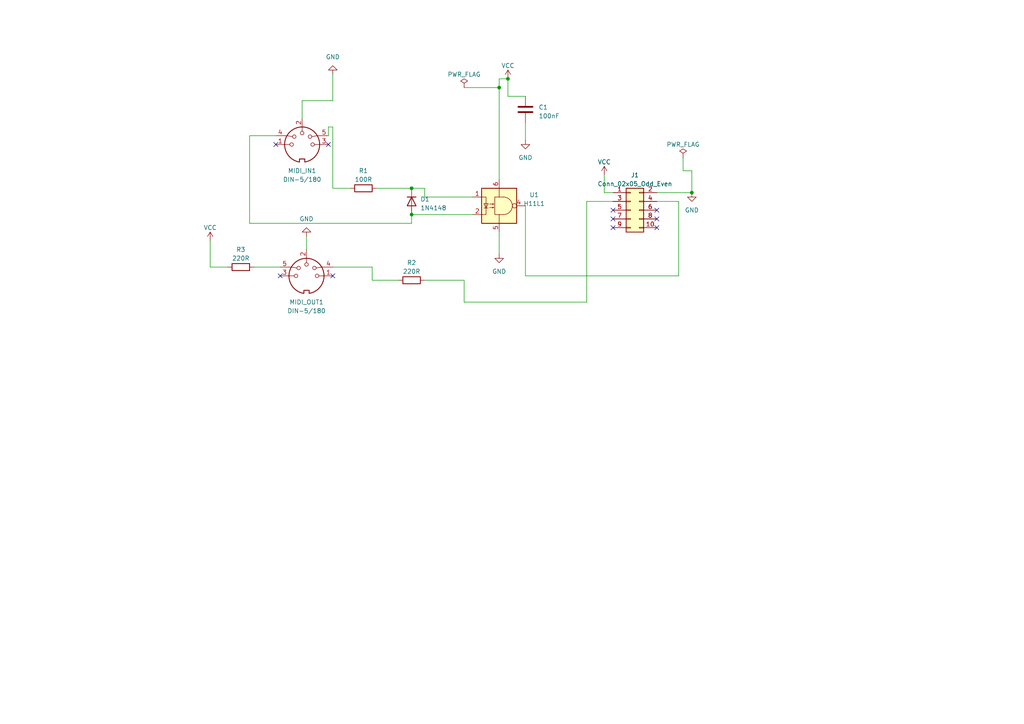
<source format=kicad_sch>
(kicad_sch (version 20230121) (generator eeschema)
  (paper "A4")
  (lib_symbols
    (symbol "Connector:DIN-5_180degree" (pin_names (offset 1.016))
      (property "Reference" "J" (at 3.175 5.715 0))
      (property "Value" "DIN-5_180degree" (at 0 -6.35 0))
      (symbol "DIN-5_180degree_0_1"
        (arc (start -5.08 0) (mid -3.8609 -3.3364) (end -0.762 -5.08) (stroke (width 0.254)))
        (circle (center -3.048 0) (radius 0.508))
        (circle (center -2.286 2.286) (radius 0.508))
        (polyline (pts (xy -5.08 0) (xy -3.556 0)))
        (polyline (pts (xy 0 5.08) (xy 0 3.81)))
        (polyline (pts (xy 5.08 0) (xy 3.556 0)))
        (polyline (pts (xy -5.08 2.54) (xy -4.318 2.54) (xy -2.794 2.286)))
        (polyline (pts (xy 5.08 2.54) (xy 4.318 2.54) (xy 2.794 2.286)))
        (polyline (pts (xy -0.762 -4.953) (xy -0.762 -4.191) (xy 0.762 -4.191) (xy 0.762 -4.953)) (stroke (width 0.254)))
        (circle (center 0 3.302) (radius 0.508))
        (arc (start 0.762 -5.08) (mid 3.8685 -3.343) (end 5.08 0) (stroke (width 0.254)))
        (circle (center 2.286 2.286) (radius 0.508))
        (circle (center 3.048 0) (radius 0.508))
        (arc (start 5.08 0) (mid 0 5.0579) (end -5.08 0) (stroke (width 0.254)))
      )
      (symbol "DIN-5_180degree_1_1"
        (pin passive line (at -7.62 0 0) (length 2.54) (name "~") (number "1"))
        (pin passive line (at 0 7.62 270) (length 2.54) (name "~") (number "2"))
        (pin passive line (at 7.62 0 180) (length 2.54) (name "~") (number "3"))
        (pin passive line (at -7.62 2.54 0) (length 2.54) (name "~") (number "4"))
        (pin passive line (at 7.62 2.54 180) (length 2.54) (name "~") (number "5"))
      )
    )
    (symbol "Connector_Generic:Conn_02x05_Odd_Even" (pin_names (offset 1.016) hide)
      (property "Reference" "J" (at 1.27 7.62 0))
      (property "Value" "Conn_02x05_Odd_Even" (at 1.27 -7.62 0))
      (symbol "Conn_02x05_Odd_Even_1_1"
        (rectangle (start -1.27 -4.953) (end 0 -5.207) (stroke (width 0.1524)))
        (rectangle (start -1.27 -2.413) (end 0 -2.667) (stroke (width 0.1524)))
        (rectangle (start -1.27 0.127) (end 0 -0.127) (stroke (width 0.1524)))
        (rectangle (start -1.27 2.667) (end 0 2.413) (stroke (width 0.1524)))
        (rectangle (start -1.27 5.207) (end 0 4.953) (stroke (width 0.1524)))
        (rectangle (start -1.27 6.35) (end 3.81 -6.35) (stroke (width 0.254)) (fill (type background)))
        (rectangle (start 3.81 -4.953) (end 2.54 -5.207) (stroke (width 0.1524)))
        (rectangle (start 3.81 -2.413) (end 2.54 -2.667) (stroke (width 0.1524)))
        (rectangle (start 3.81 0.127) (end 2.54 -0.127) (stroke (width 0.1524)))
        (rectangle (start 3.81 2.667) (end 2.54 2.413) (stroke (width 0.1524)))
        (rectangle (start 3.81 5.207) (end 2.54 4.953) (stroke (width 0.1524)))
        (pin passive line (at -5.08 5.08 0) (length 3.81) (name "Pin_1") (number "1"))
        (pin passive line (at 7.62 -5.08 180) (length 3.81) (name "Pin_10") (number "10"))
        (pin passive line (at 7.62 5.08 180) (length 3.81) (name "Pin_2") (number "2"))
        (pin passive line (at -5.08 2.54 0) (length 3.81) (name "Pin_3") (number "3"))
        (pin passive line (at 7.62 2.54 180) (length 3.81) (name "Pin_4") (number "4"))
        (pin passive line (at -5.08 0 0) (length 3.81) (name "Pin_5") (number "5"))
        (pin passive line (at 7.62 0 180) (length 3.81) (name "Pin_6") (number "6"))
        (pin passive line (at -5.08 -2.54 0) (length 3.81) (name "Pin_7") (number "7"))
        (pin passive line (at 7.62 -2.54 180) (length 3.81) (name "Pin_8") (number "8"))
        (pin passive line (at -5.08 -5.08 0) (length 3.81) (name "Pin_9") (number "9"))
      )
    )
    (symbol "Device:C" (pin_numbers hide) (pin_names (offset 0.254))
      (property "Reference" "C" (at 0.635 2.54 0))
      (property "Value" "C" (at 0.635 -2.54 0))
      (symbol "C_0_1"
        (polyline (pts (xy -2.032 -0.762) (xy 2.032 -0.762)) (stroke (width 0.508)))
        (polyline (pts (xy -2.032 0.762) (xy 2.032 0.762)) (stroke (width 0.508)))
      )
      (symbol "C_1_1"
        (pin passive line (at 0 3.81 270) (length 2.794) (name "~") (number "1"))
        (pin passive line (at 0 -3.81 90) (length 2.794) (name "~") (number "2"))
      )
    )
    (symbol "Device:R" (pin_numbers hide) (pin_names (offset 0))
      (property "Reference" "R" (at 2.032 0 90))
      (property "Value" "R" (at 0 0 90))
      (symbol "R_0_1"
        (rectangle (start -1.016 -2.54) (end 1.016 2.54) (stroke (width 0.254)))
      )
      (symbol "R_1_1"
        (pin passive line (at 0 3.81 270) (length 1.27) (name "~") (number "1"))
        (pin passive line (at 0 -3.81 90) (length 1.27) (name "~") (number "2"))
      )
    )
    (symbol "Diode:1N4148" (pin_numbers hide) (pin_names hide)
      (property "Reference" "D" (at 0 2.54 0))
      (property "Value" "1N4148" (at 0 -2.54 0))
      (symbol "1N4148_0_1"
        (polyline (pts (xy -1.27 1.27) (xy -1.27 -1.27)) (stroke (width 0.254)))
        (polyline (pts (xy 1.27 0) (xy -1.27 0)))
        (polyline (pts (xy 1.27 1.27) (xy 1.27 -1.27) (xy -1.27 0) (xy 1.27 1.27)) (stroke (width 0.254)))
      )
      (symbol "1N4148_1_1"
        (pin passive line (at -3.81 0 0) (length 2.54) (name "K") (number "1"))
        (pin passive line (at 3.81 0 180) (length 2.54) (name "A") (number "2"))
      )
    )
    (symbol "Isolator:H11L1" (pin_names (offset 1.016))
      (property "Reference" "U" (at 1.27 8.89 0))
      (property "Value" "H11L1" (at 1.27 6.35 0))
      (symbol "H11L1_0_1"
        (rectangle (start -5.08 5.08) (end 5.08 -5.08) (stroke (width 0.254)) (fill (type background)))
        (polyline (pts (xy -4.445 -0.635) (xy -3.175 -0.635)))
        (polyline (pts (xy 0 2.54) (xy 0 5.08)))
        (polyline (pts (xy 0 -2.54) (xy 0 -5.08) (xy 0 -3.81)))
        (polyline (pts (xy -5.08 -2.54) (xy -3.81 -2.54) (xy -3.81 2.54) (xy -5.08 2.54)))
        (polyline (pts (xy -3.81 -0.635) (xy -4.445 0.635) (xy -3.175 0.635) (xy -3.81 -0.635)))
        (polyline (pts (xy 1.27 -2.54) (xy -1.27 -2.54) (xy -1.27 2.54) (xy 1.27 2.54)))
        (polyline (pts (xy -2.794 -0.508) (xy -1.524 -0.508) (xy -1.905 -0.635) (xy -1.905 -0.381) (xy -1.524 -0.508)))
        (polyline (pts (xy -2.794 0.508) (xy -1.524 0.508) (xy -1.905 0.381) (xy -1.905 0.635) (xy -1.524 0.508)))
        (arc (start 1.27 -2.54) (mid 3.799 0) (end 1.27 2.54))
      )
      (symbol "H11L1_1_1"
        (pin passive line (at -7.62 2.54 0) (length 2.54) (name "~") (number "1"))
        (pin passive line (at -7.62 -2.54 0) (length 2.54) (name "~") (number "2"))
        (pin no_connect line (at -5.08 0 0) (length 2.54) hide (name "~") (number "3"))
        (pin output inverted (at 7.62 0 180) (length 3.81) (name "~") (number "4"))
        (pin power_in line (at 0 -7.62 90) (length 2.54) (name "~") (number "5"))
        (pin power_in line (at 0 7.62 270) (length 2.54) (name "~") (number "6"))
      )
    )
    (symbol "power:GND" (power) (pin_names (offset 0))
      (property "Value" "GND" (at 0 -3.81 0))
      (symbol "GND_0_1"
        (polyline (pts (xy 0 0) (xy 0 -1.27) (xy 1.27 -1.27) (xy 0 -2.54) (xy -1.27 -1.27) (xy 0 -1.27)))
      )
      (symbol "GND_1_1"
        (pin power_in line (at 0 0 270) (length 0) hide (name "GND") (number "1"))
      )
    )
    (symbol "power:PWR_FLAG" (power) (pin_numbers hide) (pin_names (offset 0) hide)
      (property "Value" "PWR_FLAG" (at 0 3.81 0))
      (symbol "PWR_FLAG_0_0"
        (pin power_out line (at 0 0 90) (length 0) (name "pwr") (number "1"))
      )
      (symbol "PWR_FLAG_0_1"
        (polyline (pts (xy 0 0) (xy 0 1.27) (xy -1.016 1.905) (xy 0 2.54) (xy 1.016 1.905) (xy 0 1.27)))
      )
    )
    (symbol "power:VCC" (power) (pin_names (offset 0))
      (property "Value" "VCC" (at 0 3.81 0))
      (symbol "VCC_0_1"
        (polyline (pts (xy -0.762 1.27) (xy 0 2.54)))
        (polyline (pts (xy 0 0) (xy 0 2.54)))
        (polyline (pts (xy 0 2.54) (xy 0.762 1.27)))
      )
      (symbol "VCC_1_1"
        (pin power_in line (at 0 0 90) (length 0) hide (name "VCC") (number "1"))
      )
    )
  )
  (junction (at 144.78 25.4))
  (junction (at 119.38 62.23))
  (junction (at 200.66 55.88))
  (junction (at 119.38 54.61))
  (junction (at 147.32 22.86))
  (no_connect (at 190.5 60.96))
  (no_connect (at 177.8 66.04))
  (no_connect (at 190.5 63.5))
  (no_connect (at 96.52 80.01))
  (no_connect (at 81.28 80.01))
  (no_connect (at 95.25 41.91))
  (no_connect (at 177.8 63.5))
  (no_connect (at 190.5 66.04))
  (no_connect (at 177.8 60.96))
  (no_connect (at 80.01 41.91))
  (wire (pts (xy 134.62 81.28) (xy 134.62 87.63)))
  (wire (pts (xy 107.95 77.47) (xy 96.52 77.47)))
  (wire (pts (xy 147.32 22.86) (xy 144.78 22.86)))
  (wire (pts (xy 196.85 80.01) (xy 152.4 80.01)))
  (wire (pts (xy 88.9 68.58) (xy 88.9 72.39)))
  (wire (pts (xy 144.78 67.31) (xy 144.78 73.66)))
  (wire (pts (xy 190.5 58.42) (xy 196.85 58.42)))
  (wire (pts (xy 123.19 81.28) (xy 134.62 81.28)))
  (wire (pts (xy 96.52 21.59) (xy 96.52 29.21)))
  (wire (pts (xy 134.62 87.63) (xy 170.18 87.63)))
  (wire (pts (xy 144.78 22.86) (xy 144.78 25.4)))
  (wire (pts (xy 72.39 64.77) (xy 119.38 64.77)))
  (wire (pts (xy 73.66 77.47) (xy 81.28 77.47)))
  (wire (pts (xy 175.26 55.88) (xy 177.8 55.88)))
  (wire (pts (xy 190.5 55.88) (xy 200.66 55.88)))
  (wire (pts (xy 144.78 25.4) (xy 144.78 52.07)))
  (wire (pts (xy 96.52 29.21) (xy 87.63 29.21)))
  (wire (pts (xy 196.85 58.42) (xy 196.85 80.01)))
  (wire (pts (xy 115.57 81.28) (xy 107.95 81.28)))
  (wire (pts (xy 134.62 25.4) (xy 144.78 25.4)))
  (wire (pts (xy 119.38 59.69) (xy 119.38 62.23)))
  (wire (pts (xy 170.18 58.42) (xy 177.8 58.42)))
  (wire (pts (xy 147.32 27.94) (xy 147.32 22.86)))
  (wire (pts (xy 60.96 77.47) (xy 60.96 69.85)))
  (wire (pts (xy 198.12 49.53) (xy 200.66 49.53)))
  (wire (pts (xy 119.38 54.61) (xy 109.22 54.61)))
  (wire (pts (xy 198.12 45.72) (xy 198.12 49.53)))
  (wire (pts (xy 87.63 29.21) (xy 87.63 34.29)))
  (wire (pts (xy 152.4 35.56) (xy 152.4 40.64)))
  (wire (pts (xy 123.19 54.61) (xy 123.19 57.15)))
  (wire (pts (xy 72.39 64.77) (xy 72.39 39.37)))
  (wire (pts (xy 123.19 57.15) (xy 137.16 57.15)))
  (wire (pts (xy 119.38 62.23) (xy 137.16 62.23)))
  (wire (pts (xy 72.39 39.37) (xy 80.01 39.37)))
  (wire (pts (xy 119.38 54.61) (xy 123.19 54.61)))
  (wire (pts (xy 96.52 54.61) (xy 101.6 54.61)))
  (wire (pts (xy 66.04 77.47) (xy 60.96 77.47)))
  (wire (pts (xy 152.4 80.01) (xy 152.4 59.69)))
  (wire (pts (xy 96.52 36.83) (xy 96.52 54.61)))
  (wire (pts (xy 119.38 62.23) (xy 119.38 64.77)))
  (wire (pts (xy 96.52 36.83) (xy 95.25 36.83)))
  (wire (pts (xy 95.25 36.83) (xy 95.25 39.37)))
  (wire (pts (xy 200.66 49.53) (xy 200.66 55.88)))
  (wire (pts (xy 170.18 87.63) (xy 170.18 58.42)))
  (wire (pts (xy 107.95 81.28) (xy 107.95 77.47)))
  (wire (pts (xy 152.4 27.94) (xy 147.32 27.94)))
  (wire (pts (xy 175.26 50.8) (xy 175.26 55.88)))
  (symbol (lib_id "Isolator:H11L1") (at 144.78 59.69 0) (unit 1)
    (property "Reference" "U1" (at 154.94 56.5151 0))
    (property "Value" "H11L1" (at 154.94 59.0551 0))
    (property "Footprint" "Package_DIP:DIP-6_W7.62mm" (effects hide))
    (property "Datasheet" "https://www.onsemi.com/pub/Collateral/H11L3M-D.PDF" (effects hide))
  )
  (symbol (lib_id "Connector_Generic:Conn_02x05_Odd_Even") (at 182.88 60.96 0) (unit 1)
    (property "Reference" "J1" (at 184.15 50.8 0))
    (property "Value" "Conn_02x05_Odd_Even" (at 184.15 53.34 0))
    (property "Footprint" "Connector_PinHeader_2.54mm:PinHeader_2x06_P2.54mm_Vertical" (effects hide))
  )
  (symbol (lib_id "power:VCC") (at 175.26 50.8 0) (unit 1)
    (property "Reference" "#PWR04" (effects hide))
    (property "Value" "VCC" (at 175.26 46.99 0))
  )
  (symbol (lib_id "Diode:1N4148") (at 119.38 58.42 270) (unit 1)
    (property "Reference" "D1" (at 121.92 57.785 90) (effects (justify left)))
    (property "Value" "1N4148" (at 121.92 60.325 90) (effects (justify left)))
    (property "Footprint" "Diode_THT:D_DO-35_SOD27_P7.62mm_Horizontal" (effects hide))
    (property "Datasheet" "https://assets.nexperia.com/documents/data-sheet/1N4148_1N4448.pdf" (effects hide))
    (property "Sim.Device" "D" (effects hide))
    (property "Sim.Pins" "1=K 2=A" (effects hide))
  )
  (symbol (lib_id "power:GND") (at 200.66 55.88 0) (unit 1)
    (property "Reference" "#PWR05" (effects hide))
    (property "Value" "GND" (at 200.66 60.96 0))
  )
  (symbol (lib_id "power:PWR_FLAG") (at 198.12 45.72 0) (unit 1)
    (property "Reference" "#FLG02" (effects hide))
    (property "Value" "PWR_FLAG" (at 198.12 41.91 0))
  )
  (symbol (lib_id "Device:R") (at 105.41 54.61 270) (unit 1)
    (property "Reference" "R1" (at 105.41 49.53 90))
    (property "Value" "100R" (at 105.41 52.07 90))
    (property "Footprint" "Resistor_THT:R_Axial_DIN0207_L6.3mm_D2.5mm_P5.08mm_Vertical" (effects hide))
  )
  (symbol (lib_id "power:GND") (at 96.52 21.59 0) (mirror x) (unit 1)
    (property "Reference" "#PWR08" (effects hide))
    (property "Value" "GND" (at 96.52 16.51 0))
  )
  (symbol (lib_id "power:VCC") (at 60.96 69.85 0) (unit 1)
    (property "Reference" "#PWR06" (effects hide))
    (property "Value" "VCC" (at 60.96 66.04 0))
  )
  (symbol (lib_id "Device:R") (at 119.38 81.28 270) (unit 1)
    (property "Reference" "R2" (at 119.38 76.2 90))
    (property "Value" "220R" (at 119.38 78.74 90))
    (property "Footprint" "Resistor_THT:R_Axial_DIN0411_L9.9mm_D3.6mm_P15.24mm_Horizontal" (effects hide))
  )
  (symbol (lib_id "power:VCC") (at 147.32 22.86 0) (unit 1)
    (property "Reference" "#PWR03" (effects hide))
    (property "Value" "VCC" (at 147.32 19.05 0))
  )
  (symbol (lib_id "Connector:DIN-5_180degree") (at 88.9 80.01 0) (mirror y) (unit 1)
    (property "Reference" "MIDI_OUT1" (at 88.8999 87.63 0))
    (property "Value" "DIN-5/180" (at 88.8999 90.17 0))
    (property "Footprint" "Eurocad:MIDI_DIN5" (effects hide))
    (property "Datasheet" "http://www.mouser.com/ds/2/18/40_c091_abd_e-75918.pdf" (effects hide))
  )
  (symbol (lib_id "power:GND") (at 88.9 68.58 0) (mirror x) (unit 1)
    (property "Reference" "#PWR07" (effects hide))
    (property "Value" "GND" (at 88.9 63.5 0))
  )
  (symbol (lib_id "Device:R") (at 69.85 77.47 270) (unit 1)
    (property "Reference" "R3" (at 69.85 72.39 90))
    (property "Value" "220R" (at 69.85 74.93 90))
    (property "Footprint" "Resistor_THT:R_Axial_DIN0411_L9.9mm_D3.6mm_P15.24mm_Horizontal" (effects hide))
  )
  (symbol (lib_id "Connector:DIN-5_180degree") (at 87.63 41.91 0) (unit 1)
    (property "Reference" "MIDI_IN1" (at 87.6301 49.53 0))
    (property "Value" "DIN-5/180" (at 87.6301 52.07 0))
    (property "Footprint" "Eurocad:MIDI_DIN5" (effects hide))
    (property "Datasheet" "http://www.mouser.com/ds/2/18/40_c091_abd_e-75918.pdf" (effects hide))
  )
  (symbol (lib_id "power:GND") (at 152.4 40.64 0) (unit 1)
    (property "Reference" "#PWR02" (effects hide))
    (property "Value" "GND" (at 152.4 45.72 0))
  )
  (symbol (lib_id "power:PWR_FLAG") (at 134.62 25.4 0) (unit 1)
    (property "Reference" "#FLG01" (effects hide))
    (property "Value" "PWR_FLAG" (at 134.62 21.59 0))
  )
  (symbol (lib_id "Device:C") (at 152.4 31.75 0) (unit 1)
    (property "Reference" "C1" (at 156.21 31.115 0) (effects (justify left)))
    (property "Value" "100nF" (at 156.21 33.655 0) (effects (justify left)))
    (property "Footprint" "Capacitor_THT:CP_Axial_L18.0mm_D6.5mm_P25.00mm_Horizontal" (effects hide))
  )
  (symbol (lib_id "power:GND") (at 144.78 73.66 0) (unit 1)
    (property "Reference" "#PWR01" (effects hide))
    (property "Value" "GND" (at 144.78 78.74 0))
  )
)
</source>
